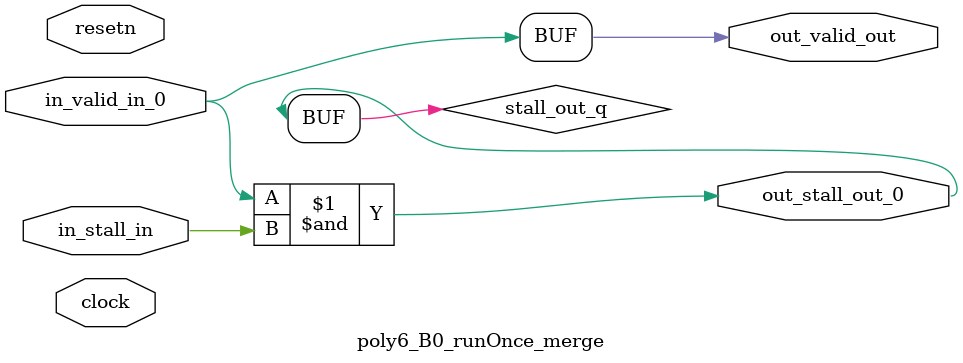
<source format=sv>



(* altera_attribute = "-name AUTO_SHIFT_REGISTER_RECOGNITION OFF; -name MESSAGE_DISABLE 10036; -name MESSAGE_DISABLE 10037; -name MESSAGE_DISABLE 14130; -name MESSAGE_DISABLE 14320; -name MESSAGE_DISABLE 15400; -name MESSAGE_DISABLE 14130; -name MESSAGE_DISABLE 10036; -name MESSAGE_DISABLE 12020; -name MESSAGE_DISABLE 12030; -name MESSAGE_DISABLE 12010; -name MESSAGE_DISABLE 12110; -name MESSAGE_DISABLE 14320; -name MESSAGE_DISABLE 13410; -name MESSAGE_DISABLE 113007; -name MESSAGE_DISABLE 10958" *)
module poly6_B0_runOnce_merge (
    input wire [0:0] in_stall_in,
    input wire [0:0] in_valid_in_0,
    output wire [0:0] out_stall_out_0,
    output wire [0:0] out_valid_out,
    input wire clock,
    input wire resetn
    );

    wire [0:0] stall_out_q;


    // stall_out(LOGICAL,6)
    assign stall_out_q = in_valid_in_0 & in_stall_in;

    // out_stall_out_0(GPOUT,4)
    assign out_stall_out_0 = stall_out_q;

    // out_valid_out(GPOUT,5)
    assign out_valid_out = in_valid_in_0;

endmodule

</source>
